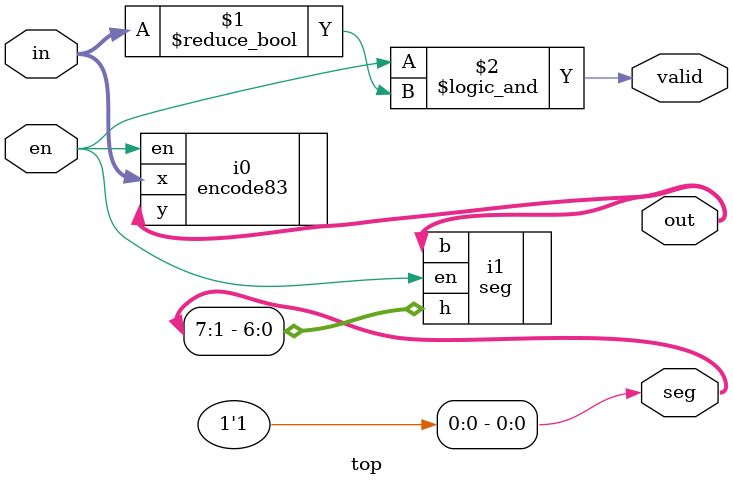
<source format=v>
module top (
  input [7:0] in,
  input en,
  output valid,
  output [2:0] out,
  output [7:0] seg
);
  assign valid = en && (in != 8'b0);
  encode83 i0 (.x(in), .en(en), .y(out));
  seg i1 (.b(out), .en(en), .h(seg[7:1]));
  assign seg[0] = 1'b1;
endmodule //top

</source>
